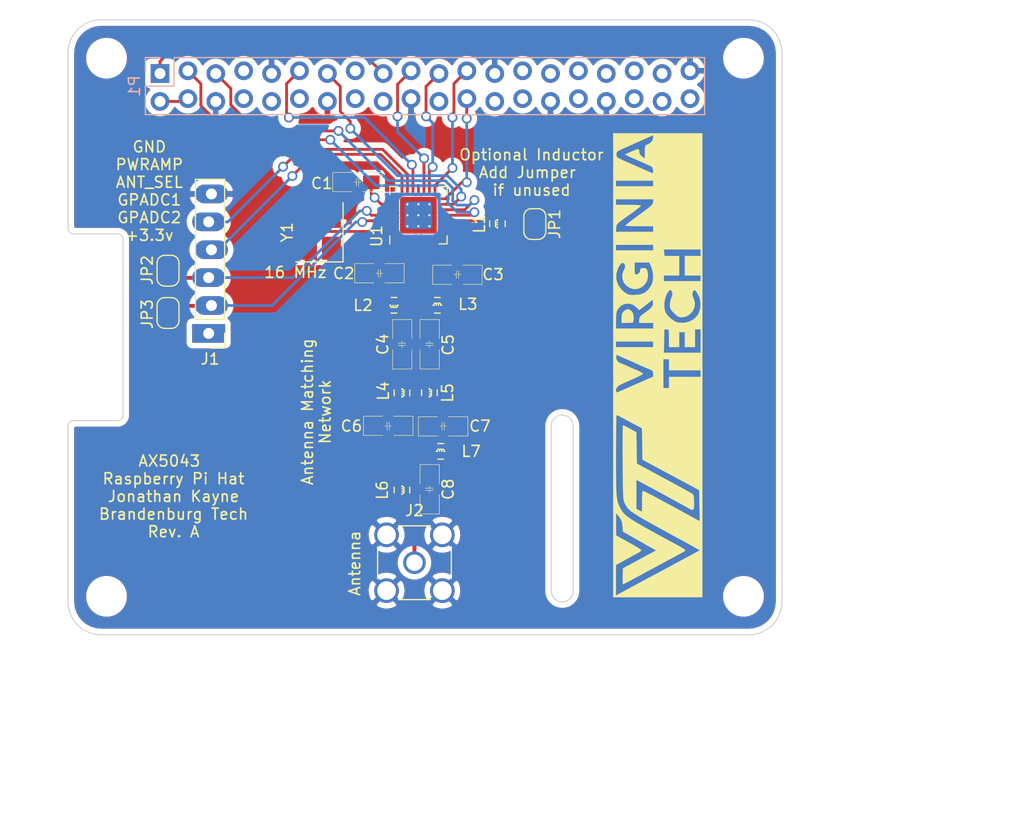
<source format=kicad_pcb>
(kicad_pcb (version 20171130) (host pcbnew "(5.1.0)-1")
  (title_block (date "15 nov 2012"))
  (layers (0 F.Cu signal) (1 In1.Cu signal) (2 In2.Cu signal) (31 B.Cu signal) (34 B.Paste user) (35 F.Paste user) (36 B.SilkS user) (37 F.SilkS user) (38 B.Mask user) (39 F.Mask user) (44 Edge.Cuts user))
  (net 0 "")
  (net 1 +3V3)
  (net 2 +5V)
  (net 3 GND)
  (net 4 /ID_SD)
  (net 5 /ID_SC)
  (net 6 /GPIO5)
  (net 7 /GPIO6)
  (net 8 /GPIO26)
  (net 9 "/GPIO4(GCLK)")
  (net 10 "/GPIO14(TXD0)")
  (net 11 "/GPIO15(RXD0)")
  (net 12 "/GPIO22(GEN3)")
  (net 13 "/GPIO23(GEN4)")
  (net 14 "/GPIO24(GEN5)")
  (net 15 "/GPIO25(GEN6)")
  (net 16 "/GPIO18(GEN1)(PWM0)")
  (net 17 "/GPIO7(SPI1_CE_N)")
  (net 18 "/GPIO12(PWM0)")
  (net 19 "/GPIO13(PWM1)")
  (net 20 "/GPIO19(SPI1_MISO)")
  (net 21 /GPIO16)
  (net 22 "/GPIO20(SPI1_MOSI)")
  (net 23 "/GPIO21(SPI1_SCK)")
  (net 24 "Net-(C2-Pad2)")
  (net 25 "Net-(C3-Pad2)")
  (net 26 "Net-(C4-Pad1)")
  (net 27 ANT_P)
  (net 28 "Net-(C5-Pad1)")
  (net 29 ANT_N)
  (net 30 "Net-(C6-Pad1)")
  (net 31 "Net-(C7-Pad1)")
  (net 32 "Net-(C8-Pad1)")
  (net 33 GPADC1)
  (net 34 ANT_SEL)
  (net 35 PWRAMP)
  (net 36 GPADC2)
  (net 37 "Net-(JP1-Pad1)")
  (net 38 "Net-(JP1-Pad2)")
  (net 39 Data_IO)
  (net 40 IRQ)
  (net 41 MOSI)
  (net 42 CLK)
  (net 43 Data_CLK)
  (net 44 SYS_CLK)
  (net 45 CS)
  (net 46 MISO)
  (net 47 "Net-(U1-Pad5)")
  (net 48 "Net-(U1-Pad8)")
  (net 49 "Net-(U1-Pad18)")
  (net 50 "Net-(U1-Pad22)")
  (net 51 "Net-(U1-Pad24)")
  (net 52 "Net-(U1-Pad27)")
  (net 53 "Net-(U1-Pad28)")
  (module SpaceRadio:VT_LogoWithText (layer F.Cu) (at 253.7 125.5 90)
    (fp_text reference G*** hide)
    (fp_text value LOGO hide)
  )
  (module MountingHole:MountingHole_2.7mm_M2.5 (layer F.Cu) (at 261.5 146.5)
    (fp_text reference MK4)
    (fp_text value M2.5)
    (pad 1 np_thru_hole circle (at 0 0) (size 2.7 2.7) (drill 2.7) (layers *.Cu *.Mask))
  )
  (module MountingHole:MountingHole_2.7mm_M2.5 (layer F.Cu) (at 203.5 146.5)
    (fp_text reference MK3)
    (fp_text value M2.5)
    (pad 1 np_thru_hole circle (at 0 0) (size 2.7 2.7) (drill 2.7) (layers *.Cu *.Mask))
  )
  (module MountingHole:MountingHole_2.7mm_M2.5 (layer F.Cu) (at 261.5 97.5 180)
    (fp_text reference MK2)
    (fp_text value M2.5)
    (pad 1 np_thru_hole circle (at 0 0 180) (size 2.7 2.7) (drill 2.7) (layers *.Cu *.Mask))
  )
  (module MountingHole:MountingHole_2.7mm_M2.5 (layer F.Cu) (at 203.5 97.5 180)
    (fp_text reference MK1)
    (fp_text value M2.5)
    (pad 1 np_thru_hole circle (at 0 0 180) (size 2.7 2.7) (drill 2.7) (layers *.Cu *.Mask))
  )
  (module SpaceRadio:C_0805 (layer F.Cu) (at 226.35 108.8 180)
    (fp_text reference C1 (at 3.25 -0.1 180) (layer F.SilkS))
    (fp_text value 10nF)
    (pad 1 smd rect (at -1.25 0 180) (size 1.5 1.25) (layers F.Cu F.Paste F.Mask) (net 1 +3V3))
    (pad 2 smd rect (at 1.25 0 180) (size 1.5 1.25) (layers F.Cu F.Paste F.Mask) (net 3 GND))
  )
  (module SpaceRadio:C_0805 (layer F.Cu) (at 228.35 117.1 180)
    (fp_text reference C2 (at 3.25 0 180) (layer F.SilkS))
    (fp_text value 10nF)
    (pad 1 smd rect (at -1.25 0 180) (size 1.5 1.25) (layers F.Cu F.Paste F.Mask) (net 3 GND))
    (pad 2 smd rect (at 1.25 0 180) (size 1.5 1.25) (layers F.Cu F.Paste F.Mask) (net 24 "Net-(C2-Pad2)"))
  )
  (module SpaceRadio:C_0805 (layer F.Cu) (at 235.45 117.2)
    (fp_text reference C3 (at 3.25 0) (layer F.SilkS))
    (fp_text value 10nF)
    (pad 2 smd rect (at 1.25 0) (size 1.5 1.25) (layers F.Cu F.Paste F.Mask) (net 25 "Net-(C3-Pad2)"))
    (pad 1 smd rect (at -1.25 0) (size 1.5 1.25) (layers F.Cu F.Paste F.Mask) (net 3 GND))
  )
  (module SpaceRadio:C_0805 (layer F.Cu) (at 230.4 123.55 90)
    (fp_text reference C4 (at 0 -1.75 90) (layer F.SilkS))
    (fp_text value 4.3pF)
    (pad 1 smd rect (at -1.25 0 90) (size 1.5 1.25) (layers F.Cu F.Paste F.Mask) (net 26 "Net-(C4-Pad1)"))
    (pad 2 smd rect (at 1.25 0 90) (size 1.5 1.25) (layers F.Cu F.Paste F.Mask) (net 27 ANT_P))
  )
  (module SpaceRadio:C_0805 (layer F.Cu) (at 232.9 123.55 90)
    (fp_text reference C5 (at -0.05 1.7 90) (layer F.SilkS))
    (fp_text value 4.3pF)
    (pad 1 smd rect (at -1.25 0 90) (size 1.5 1.25) (layers F.Cu F.Paste F.Mask) (net 28 "Net-(C5-Pad1)"))
    (pad 2 smd rect (at 1.25 0 90) (size 1.5 1.25) (layers F.Cu F.Paste F.Mask) (net 29 ANT_N))
  )
  (module SpaceRadio:C_0805 (layer F.Cu) (at 229.15 131 180)
    (fp_text reference C6 (at 3.35 0 180) (layer F.SilkS))
    (fp_text value 11pF)
    (pad 2 smd rect (at 1.25 0 180) (size 1.5 1.25) (layers F.Cu F.Paste F.Mask) (net 3 GND))
    (pad 1 smd rect (at -1.25 0 180) (size 1.5 1.25) (layers F.Cu F.Paste F.Mask) (net 30 "Net-(C6-Pad1)"))
  )
  (module SpaceRadio:C_0805 (layer F.Cu) (at 234.15 131)
    (fp_text reference C7 (at 3.35 0) (layer F.SilkS))
    (fp_text value 5.6pF)
    (pad 2 smd rect (at 1.25 0) (size 1.5 1.25) (layers F.Cu F.Paste F.Mask) (net 3 GND))
    (pad 1 smd rect (at -1.25 0) (size 1.5 1.25) (layers F.Cu F.Paste F.Mask) (net 31 "Net-(C7-Pad1)"))
  )
  (module SpaceRadio:C_0805 (layer F.Cu) (at 232.9 136.75 90)
    (fp_text reference C8 (at 0 1.7 90) (layer F.SilkS))
    (fp_text value 5.1pF)
    (pad 2 smd rect (at 1.25 0 90) (size 1.5 1.25) (layers F.Cu F.Paste F.Mask) (net 31 "Net-(C7-Pad1)"))
    (pad 1 smd rect (at -1.25 0 90) (size 1.5 1.25) (layers F.Cu F.Paste F.Mask) (net 32 "Net-(C8-Pad1)"))
  )
  (module SpaceRadio:PinHeader_1x06_P2.54mm_Vertical_Wide_zigzag (layer F.Cu) (at 212.927 122.56 180)
    (fp_text reference J1 (at 0 -2.33 180) (layer F.SilkS))
    (fp_text value Conn_01x06)
    (pad 3 thru_hole oval (at 0.127 5.08 180) (size 3 1.7) (drill 1) (layers *.Cu *.Mask) (net 33 GPADC1))
    (pad 6 thru_hole oval (at -0.127 12.7 180) (size 3 1.7) (drill 1) (layers *.Cu *.Mask) (net 3 GND))
    (pad 4 thru_hole oval (at -0.127 7.62 180) (size 3 1.7) (drill 1) (layers *.Cu *.Mask) (net 34 ANT_SEL))
    (pad 5 thru_hole oval (at 0.127 10.16 180) (size 3 1.7) (drill 1) (layers *.Cu *.Mask) (net 35 PWRAMP))
    (pad 1 thru_hole rect (at 0.127 0 180) (size 3 1.7) (drill 1) (layers *.Cu *.Mask) (net 1 +3V3))
    (pad 2 thru_hole oval (at -0.127 2.54 180) (size 3 1.7) (drill 1) (layers *.Cu *.Mask) (net 36 GPADC2))
  )
  (module SpaceRadio:SMA_Amphenol_5-1814832-1_Vertical (layer F.Cu) (at 231.54 143.44)
    (fp_text reference J2 (at 0 -4.75) (layer F.SilkS))
    (fp_text value SMA)
    (pad 2 thru_hole circle (at -2.54 2.54) (size 2.25 2.25) (drill 1.7) (layers *.Cu *.Mask) (net 3 GND))
    (pad 2 thru_hole circle (at -2.54 -2.54) (size 2.25 2.25) (drill 1.7) (layers *.Cu *.Mask) (net 3 GND))
    (pad 2 thru_hole circle (at 2.54 -2.54) (size 2.25 2.25) (drill 1.7) (layers *.Cu *.Mask) (net 3 GND))
    (pad 2 thru_hole circle (at 2.54 2.54) (size 2.25 2.25) (drill 1.7) (layers *.Cu *.Mask) (net 3 GND))
    (pad 1 thru_hole circle (at 0 0) (size 2.05 2.05) (drill 1.5) (layers *.Cu *.Mask) (net 32 "Net-(C8-Pad1)"))
  )
  (module Jumper:SolderJumper-2_P1.3mm_Open_RoundedPad1.0x1.5mm (layer F.Cu) (at 242.5 112.6 270)
    (fp_text reference JP1 (at 0 -1.8 270) (layer F.SilkS))
    (fp_text value Jumper)
    (pad 1 smd custom (at -0.65 0 270) (size 1 0.5) (layers F.Cu F.Mask) (net 37 "Net-(JP1-Pad1)") (options (clearance outline) (anchor rect)) (primitives (gr_circle (center 0 0.25) (end 0.5 0.25) (width 0)) (gr_circle (center 0 -0.25) (end 0.5 -0.25) (width 0)) (gr_poly (pts (xy 0 -0.75) (xy 0.5 -0.75) (xy 0.5 0.75) (xy 0 0.75)) (width 0))))
    (pad 2 smd custom (at 0.65 0 270) (size 1 0.5) (layers F.Cu F.Mask) (net 38 "Net-(JP1-Pad2)") (options (clearance outline) (anchor rect)) (primitives (gr_circle (center 0 0.25) (end 0.5 0.25) (width 0)) (gr_circle (center 0 -0.25) (end 0.5 -0.25) (width 0)) (gr_poly (pts (xy 0 -0.75) (xy -0.5 -0.75) (xy -0.5 0.75) (xy 0 0.75)) (width 0))))
  )
  (module Jumper:SolderJumper-2_P1.3mm_Open_RoundedPad1.0x1.5mm (layer F.Cu) (at 209.1 116.85 90)
    (fp_text reference JP2 (at 0.05 -1.9 90) (layer F.SilkS))
    (fp_text value Jumper)
    (pad 1 smd custom (at -0.65 0 90) (size 1 0.5) (layers F.Cu F.Mask) (net 33 GPADC1) (options (clearance outline) (anchor rect)) (primitives (gr_circle (center 0 0.25) (end 0.5 0.25) (width 0)) (gr_circle (center 0 -0.25) (end 0.5 -0.25) (width 0)) (gr_poly (pts (xy 0 -0.75) (xy 0.5 -0.75) (xy 0.5 0.75) (xy 0 0.75)) (width 0))))
    (pad 2 smd custom (at 0.65 0 90) (size 1 0.5) (layers F.Cu F.Mask) (net 3 GND) (options (clearance outline) (anchor rect)) (primitives (gr_circle (center 0 0.25) (end 0.5 0.25) (width 0)) (gr_circle (center 0 -0.25) (end 0.5 -0.25) (width 0)) (gr_poly (pts (xy 0 -0.75) (xy -0.5 -0.75) (xy -0.5 0.75) (xy 0 0.75)) (width 0))))
  )
  (module Jumper:SolderJumper-2_P1.3mm_Open_RoundedPad1.0x1.5mm (layer F.Cu) (at 209.1 120.7 270)
    (fp_text reference JP3 (at 0.1 1.9 270) (layer F.SilkS))
    (fp_text value Jumper)
    (pad 2 smd custom (at 0.65 0 270) (size 1 0.5) (layers F.Cu F.Mask) (net 3 GND) (options (clearance outline) (anchor rect)) (primitives (gr_circle (center 0 0.25) (end 0.5 0.25) (width 0)) (gr_circle (center 0 -0.25) (end 0.5 -0.25) (width 0)) (gr_poly (pts (xy 0 -0.75) (xy -0.5 -0.75) (xy -0.5 0.75) (xy 0 0.75)) (width 0))))
    (pad 1 smd custom (at -0.65 0 270) (size 1 0.5) (layers F.Cu F.Mask) (net 36 GPADC2) (options (clearance outline) (anchor rect)) (primitives (gr_circle (center 0 0.25) (end 0.5 0.25) (width 0)) (gr_circle (center 0 -0.25) (end 0.5 -0.25) (width 0)) (gr_poly (pts (xy 0 -0.75) (xy 0.5 -0.75) (xy 0.5 0.75) (xy 0 0.75)) (width 0))))
  )
  (module SpaceRadio:L_0805 (layer F.Cu) (at 239.1 112.575 90)
    (fp_text reference L1 (at 0 -1.65 90) (layer F.SilkS))
    (fp_text value L)
    (pad 1 smd roundrect (at -1.025 0 90) (size 1.15 1.4) (layers F.Cu F.Paste F.Mask) (roundrect_rratio 0.217391) (net 38 "Net-(JP1-Pad2)"))
    (pad 2 smd roundrect (at 1.025 0 90) (size 1.15 1.4) (layers F.Cu F.Paste F.Mask) (roundrect_rratio 0.217391) (net 37 "Net-(JP1-Pad1)"))
  )
  (module SpaceRadio:L_0805 (layer F.Cu) (at 229.675 120 180)
    (fp_text reference L2 (at 2.825 0 180) (layer F.SilkS))
    (fp_text value 100nH)
    (pad 2 smd roundrect (at 1.025 0 180) (size 1.15 1.4) (layers F.Cu F.Paste F.Mask) (roundrect_rratio 0.217391) (net 3 GND))
    (pad 1 smd roundrect (at -1.025 0 180) (size 1.15 1.4) (layers F.Cu F.Paste F.Mask) (roundrect_rratio 0.217391) (net 27 ANT_P))
  )
  (module SpaceRadio:L_0805 (layer F.Cu) (at 233.625 120)
    (fp_text reference L3 (at 2.775 -0.1) (layer F.SilkS))
    (fp_text value 100nH)
    (pad 2 smd roundrect (at 1.025 0) (size 1.15 1.4) (layers F.Cu F.Paste F.Mask) (roundrect_rratio 0.217391) (net 3 GND))
    (pad 1 smd roundrect (at -1.025 0) (size 1.15 1.4) (layers F.Cu F.Paste F.Mask) (roundrect_rratio 0.217391) (net 29 ANT_N))
  )
  (module SpaceRadio:L_0805 (layer F.Cu) (at 230.4 127.975 270)
    (fp_text reference L4 (at -0.175 1.7 270) (layer F.SilkS))
    (fp_text value 43nH)
    (pad 1 smd roundrect (at -1.025 0 270) (size 1.15 1.4) (layers F.Cu F.Paste F.Mask) (roundrect_rratio 0.217391) (net 26 "Net-(C4-Pad1)"))
    (pad 2 smd roundrect (at 1.025 0 270) (size 1.15 1.4) (layers F.Cu F.Paste F.Mask) (roundrect_rratio 0.217391) (net 30 "Net-(C6-Pad1)"))
  )
  (module SpaceRadio:L_0805 (layer F.Cu) (at 232.9 127.975 270)
    (fp_text reference L5 (at 0 -1.65 270) (layer F.SilkS))
    (fp_text value 43nH)
    (pad 2 smd roundrect (at 1.025 0 270) (size 1.15 1.4) (layers F.Cu F.Paste F.Mask) (roundrect_rratio 0.217391) (net 31 "Net-(C7-Pad1)"))
    (pad 1 smd roundrect (at -1.025 0 270) (size 1.15 1.4) (layers F.Cu F.Paste F.Mask) (roundrect_rratio 0.217391) (net 28 "Net-(C5-Pad1)"))
  )
  (module SpaceRadio:L_0805 (layer F.Cu) (at 230.4 136.825 270)
    (fp_text reference L6 (at 0 1.8 270) (layer F.SilkS))
    (fp_text value 27nH)
    (pad 2 smd roundrect (at 1.025 0 270) (size 1.15 1.4) (layers F.Cu F.Paste F.Mask) (roundrect_rratio 0.217391) (net 32 "Net-(C8-Pad1)"))
    (pad 1 smd roundrect (at -1.025 0 270) (size 1.15 1.4) (layers F.Cu F.Paste F.Mask) (roundrect_rratio 0.217391) (net 30 "Net-(C6-Pad1)"))
  )
  (module SpaceRadio:L_0805 (layer F.Cu) (at 233.925 133.3)
    (fp_text reference L7 (at 2.775 0) (layer F.SilkS))
    (fp_text value 27nH)
    (pad 1 smd roundrect (at -1.025 0) (size 1.15 1.4) (layers F.Cu F.Paste F.Mask) (roundrect_rratio 0.217391) (net 31 "Net-(C7-Pad1)"))
    (pad 2 smd roundrect (at 1.025 0) (size 1.15 1.4) (layers F.Cu F.Paste F.Mask) (roundrect_rratio 0.217391) (net 3 GND))
  )
  (module SpaceRadio:PinHeader_2x20_P2.54mm_Vertical_zigzag (layer B.Cu) (at 208.37 98.77 270)
    (fp_text reference P1 (at 1.27 2.33 270) (layer B.SilkS) (effects (justify mirror)))
    (fp_text value Conn_02x20_Odd_Even)
    (pad 40 thru_hole oval (at 2.413 -48.26 270) (size 1.7 1.7) (drill 1) (layers *.Cu *.Mask) (net 23 "/GPIO21(SPI1_SCK)"))
    (pad 39 thru_hole oval (at -0.127 -48.26 270) (size 1.7 1.7) (drill 1) (layers *.Cu *.Mask) (net 3 GND))
    (pad 3 thru_hole oval (at -0.127 -2.54 270) (size 1.7 1.7) (drill 1) (layers *.Cu *.Mask) (net 39 Data_IO))
    (pad 31 thru_hole oval (at -0.127 -38.1 270) (size 1.7 1.7) (drill 1) (layers *.Cu *.Mask) (net 7 /GPIO6))
    (pad 11 thru_hole oval (at -0.127 -12.7 270) (size 1.7 1.7) (drill 1) (layers *.Cu *.Mask) (net 40 IRQ))
    (pad 16 thru_hole oval (at 2.413 -17.78 270) (size 1.7 1.7) (drill 1) (layers *.Cu *.Mask) (net 13 "/GPIO23(GEN4)"))
    (pad 20 thru_hole oval (at 2.413 -22.86 270) (size 1.7 1.7) (drill 1) (layers *.Cu *.Mask) (net 3 GND))
    (pad 9 thru_hole oval (at 0.127 -10.16 270) (size 1.7 1.7) (drill 1) (layers *.Cu *.Mask) (net 3 GND))
    (pad 36 thru_hole oval (at 2.413 -43.18 270) (size 1.7 1.7) (drill 1) (layers *.Cu *.Mask) (net 21 /GPIO16))
    (pad 32 thru_hole oval (at 2.413 -38.1 270) (size 1.7 1.7) (drill 1) (layers *.Cu *.Mask) (net 18 "/GPIO12(PWM0)"))
    (pad 19 thru_hole oval (at -0.127 -22.86 270) (size 1.7 1.7) (drill 1) (layers *.Cu *.Mask) (net 41 MOSI))
    (pad 23 thru_hole oval (at -0.127 -27.94 270) (size 1.7 1.7) (drill 1) (layers *.Cu *.Mask) (net 42 CLK))
    (pad 26 thru_hole oval (at 2.667 -30.48 270) (size 1.7 1.7) (drill 1) (layers *.Cu *.Mask) (net 17 "/GPIO7(SPI1_CE_N)"))
    (pad 2 thru_hole oval (at 2.667 0 270) (size 1.7 1.7) (drill 1) (layers *.Cu *.Mask) (net 2 +5V))
    (pad 27 thru_hole oval (at -0.127 -33.02 270) (size 1.7 1.7) (drill 1) (layers *.Cu *.Mask) (net 4 /ID_SD))
    (pad 29 thru_hole oval (at 0.127 -35.56 270) (size 1.7 1.7) (drill 1) (layers *.Cu *.Mask) (net 6 /GPIO5))
    (pad 38 thru_hole oval (at 2.667 -45.72 270) (size 1.7 1.7) (drill 1) (layers *.Cu *.Mask) (net 22 "/GPIO20(SPI1_MOSI)"))
    (pad 37 thru_hole oval (at 0.127 -45.72 270) (size 1.7 1.7) (drill 1) (layers *.Cu *.Mask) (net 8 /GPIO26))
    (pad 22 thru_hole oval (at 2.667 -25.4 270) (size 1.7 1.7) (drill 1) (layers *.Cu *.Mask) (net 15 "/GPIO25(GEN6)"))
    (pad 35 thru_hole oval (at -0.127 -43.18 270) (size 1.7 1.7) (drill 1) (layers *.Cu *.Mask) (net 20 "/GPIO19(SPI1_MISO)"))
    (pad 1 thru_hole rect (at 0.127 0 270) (size 1.7 1.7) (drill 1) (layers *.Cu *.Mask) (net 1 +3V3))
    (pad 14 thru_hole oval (at 2.667 -15.24 270) (size 1.7 1.7) (drill 1) (layers *.Cu *.Mask) (net 3 GND))
    (pad 33 thru_hole oval (at 0.127 -40.64 270) (size 1.7 1.7) (drill 1) (layers *.Cu *.Mask) (net 19 "/GPIO13(PWM1)"))
    (pad 5 thru_hole oval (at 0.127 -5.08 270) (size 1.7 1.7) (drill 1) (layers *.Cu *.Mask) (net 43 Data_CLK))
    (pad 10 thru_hole oval (at 2.667 -10.16 270) (size 1.7 1.7) (drill 1) (layers *.Cu *.Mask) (net 11 "/GPIO15(RXD0)"))
    (pad 4 thru_hole oval (at 2.413 -2.54 270) (size 1.7 1.7) (drill 1) (layers *.Cu *.Mask) (net 2 +5V))
    (pad 13 thru_hole oval (at 0.127 -15.24 270) (size 1.7 1.7) (drill 1) (layers *.Cu *.Mask) (net 44 SYS_CLK))
    (pad 24 thru_hole oval (at 2.413 -27.94 270) (size 1.7 1.7) (drill 1) (layers *.Cu *.Mask) (net 45 CS))
    (pad 15 thru_hole oval (at -0.127 -17.78 270) (size 1.7 1.7) (drill 1) (layers *.Cu *.Mask) (net 12 "/GPIO22(GEN3)"))
    (pad 34 thru_hole oval (at 2.667 -40.64 270) (size 1.7 1.7) (drill 1) (layers *.Cu *.Mask) (net 3 GND))
    (pad 25 thru_hole oval (at 0.127 -30.48 270) (size 1.7 1.7) (drill 1) (layers *.Cu *.Mask) (net 3 GND))
    (pad 30 thru_hole oval (at 2.667 -35.56 270) (size 1.7 1.7) (drill 1) (layers *.Cu *.Mask) (net 3 GND))
    (pad 17 thru_hole oval (at 0.127 -20.32 270) (size 1.7 1.7) (drill 1) (layers *.Cu *.Mask) (net 1 +3V3))
    (pad 21 thru_hole oval (at 0.127 -25.4 270) (size 1.7 1.7) (drill 1) (layers *.Cu *.Mask) (net 46 MISO))
    (pad 7 thru_hole oval (at -0.127 -7.62 270) (size 1.7 1.7) (drill 1) (layers *.Cu *.Mask) (net 9 "/GPIO4(GCLK)"))
    (pad 18 thru_hole oval (at 2.667 -20.32 270) (size 1.7 1.7) (drill 1) (layers *.Cu *.Mask) (net 14 "/GPIO24(GEN5)"))
    (pad 28 thru_hole oval (at 2.413 -33.02 270) (size 1.7 1.7) (drill 1) (layers *.Cu *.Mask) (net 5 /ID_SC))
    (pad 6 thru_hole oval (at 2.667 -5.08 270) (size 1.7 1.7) (drill 1) (layers *.Cu *.Mask) (net 3 GND))
    (pad 12 thru_hole oval (at 2.413 -12.7 270) (size 1.7 1.7) (drill 1) (layers *.Cu *.Mask) (net 16 "/GPIO18(GEN1)(PWM0)"))
    (pad 8 thru_hole oval (at 2.413 -7.62 270) (size 1.7 1.7) (drill 1) (layers *.Cu *.Mask) (net 10 "/GPIO14(TXD0)"))
  )
  (module Package_DFN_QFN:QFN-28-1EP_5x5mm_P0.5mm_EP3.35x3.35mm_ThermalVias (layer F.Cu) (at 231.9 111.8 90)
    (fp_text reference U1 (at -1.9 -3.8 90) (layer F.SilkS))
    (fp_text value AX5043)
    (pad 29 smd roundrect (at 0 0 90) (size 3.35 3.35) (layers F.Cu F.Mask) (roundrect_rratio 0.074627) (net 3 GND))
    (pad 29 thru_hole circle (at -1 -1 90) (size 0.5 0.5) (drill 0.2) (layers *.Cu) (net 3 GND))
    (pad 29 thru_hole circle (at 0 -1 90) (size 0.5 0.5) (drill 0.2) (layers *.Cu) (net 3 GND))
    (pad 29 thru_hole circle (at 1 -1 90) (size 0.5 0.5) (drill 0.2) (layers *.Cu) (net 3 GND))
    (pad 29 thru_hole circle (at -1 0 90) (size 0.5 0.5) (drill 0.2) (layers *.Cu) (net 3 GND))
    (pad 29 thru_hole circle (at 0 0 90) (size 0.5 0.5) (drill 0.2) (layers *.Cu) (net 3 GND))
    (pad 29 thru_hole circle (at 1 0 90) (size 0.5 0.5) (drill 0.2) (layers *.Cu) (net 3 GND))
    (pad 29 thru_hole circle (at -1 1 90) (size 0.5 0.5) (drill 0.2) (layers *.Cu) (net 3 GND))
    (pad 29 thru_hole circle (at 0 1 90) (size 0.5 0.5) (drill 0.2) (layers *.Cu) (net 3 GND))
    (pad 29 thru_hole circle (at 1 1 90) (size 0.5 0.5) (drill 0.2) (layers *.Cu) (net 3 GND))
    (pad 29 smd roundrect (at 0 0 90) (size 2.5 2.5) (layers B.Cu) (roundrect_rratio 0.1) (net 3 GND))
    (pad 1 smd roundrect (at -2.45 -1.5 90) (size 0.8 0.25) (layers F.Cu F.Paste F.Mask) (net 24 "Net-(C2-Pad2)"))
    (pad 2 smd roundrect (at -2.45 -1 90) (size 0.8 0.25) (layers F.Cu F.Paste F.Mask) (net 3 GND))
    (pad 3 smd roundrect (at -2.45 -0.5 90) (size 0.8 0.25) (layers F.Cu F.Paste F.Mask) (net 27 ANT_P))
    (pad 4 smd roundrect (at -2.45 0 90) (size 0.8 0.25) (layers F.Cu F.Paste F.Mask) (net 29 ANT_N))
    (pad 5 smd roundrect (at -2.45 0.5 90) (size 0.8 0.25) (layers F.Cu F.Paste F.Mask) (net 47 "Net-(U1-Pad5)"))
    (pad 6 smd roundrect (at -2.45 1 90) (size 0.8 0.25) (layers F.Cu F.Paste F.Mask) (net 3 GND))
    (pad 7 smd roundrect (at -2.45 1.5 90) (size 0.8 0.25) (layers F.Cu F.Paste F.Mask) (net 25 "Net-(C3-Pad2)"))
    (pad 8 smd roundrect (at -1.5 2.45 90) (size 0.25 0.8) (layers F.Cu F.Paste F.Mask) (net 48 "Net-(U1-Pad8)"))
    (pad 9 smd roundrect (at -1 2.45 90) (size 0.25 0.8) (layers F.Cu F.Paste F.Mask) (net 38 "Net-(JP1-Pad2)"))
    (pad 10 smd roundrect (at -0.5 2.45 90) (size 0.25 0.8) (layers F.Cu F.Paste F.Mask) (net 37 "Net-(JP1-Pad1)"))
    (pad 11 smd roundrect (at 0 2.45 90) (size 0.25 0.8) (layers F.Cu F.Paste F.Mask) (net 39 Data_IO))
    (pad 12 smd roundrect (at 0.5 2.45 90) (size 0.25 0.8) (layers F.Cu F.Paste F.Mask) (net 43 Data_CLK))
    (pad 13 smd roundrect (at 1 2.45 90) (size 0.25 0.8) (layers F.Cu F.Paste F.Mask) (net 44 SYS_CLK))
    (pad 14 smd roundrect (at 1.5 2.45 90) (size 0.25 0.8) (layers F.Cu F.Paste F.Mask) (net 45 CS))
    (pad 15 smd roundrect (at 2.45 1.5 90) (size 0.8 0.25) (layers F.Cu F.Paste F.Mask) (net 42 CLK))
    (pad 16 smd roundrect (at 2.45 1 90) (size 0.8 0.25) (layers F.Cu F.Paste F.Mask) (net 46 MISO))
    (pad 17 smd roundrect (at 2.45 0.5 90) (size 0.8 0.25) (layers F.Cu F.Paste F.Mask) (net 41 MOSI))
    (pad 18 smd roundrect (at 2.45 0 90) (size 0.8 0.25) (layers F.Cu F.Paste F.Mask) (net 49 "Net-(U1-Pad18)"))
    (pad 19 smd roundrect (at 2.45 -0.5 90) (size 0.8 0.25) (layers F.Cu F.Paste F.Mask) (net 40 IRQ))
    (pad 20 smd roundrect (at 2.45 -1 90) (size 0.8 0.25) (layers F.Cu F.Paste F.Mask) (net 35 PWRAMP))
    (pad 21 smd roundrect (at 2.45 -1.5 90) (size 0.8 0.25) (layers F.Cu F.Paste F.Mask) (net 34 ANT_SEL))
    (pad 22 smd roundrect (at 1.5 -2.45 90) (size 0.25 0.8) (layers F.Cu F.Paste F.Mask) (net 50 "Net-(U1-Pad22)"))
    (pad 23 smd roundrect (at 1 -2.45 90) (size 0.25 0.8) (layers F.Cu F.Paste F.Mask) (net 1 +3V3))
    (pad 24 smd roundrect (at 0.5 -2.45 90) (size 0.25 0.8) (layers F.Cu F.Paste F.Mask) (net 51 "Net-(U1-Pad24)"))
    (pad 25 smd roundrect (at 0 -2.45 90) (size 0.25 0.8) (layers F.Cu F.Paste F.Mask) (net 33 GPADC1))
    (pad 26 smd roundrect (at -0.5 -2.45 90) (size 0.25 0.8) (layers F.Cu F.Paste F.Mask) (net 36 GPADC2))
    (pad 27 smd roundrect (at -1 -2.45 90) (size 0.25 0.8) (layers F.Cu F.Paste F.Mask) (net 52 "Net-(U1-Pad27)"))
    (pad 28 smd roundrect (at -1.5 -2.45 90) (size 0.25 0.8) (layers F.Cu F.Paste F.Mask) (net 53 "Net-(U1-Pad28)"))
  )
  (module Crystal:Crystal_SMD_SeikoEpson_TSX3225-4Pin_3.2x2.5mm_HandSoldering (layer F.Cu) (at 222.8875 113.35 90)
    (fp_text reference Y1 (at 0 -2.95 90) (layer F.SilkS))
    (fp_text value "16 MHz")
    (pad 1 smd rect (at -1.45 1.0875 90) (size 2.1 1.725) (layers F.Cu F.Paste F.Mask) (net 53 "Net-(U1-Pad28)"))
    (pad 2 smd rect (at 1.45 1.0875 90) (size 2.1 1.725) (layers F.Cu F.Paste F.Mask) (net 3 GND))
    (pad 3 smd rect (at 1.45 -1.0875 90) (size 2.1 1.725) (layers F.Cu F.Paste F.Mask) (net 52 "Net-(U1-Pad27)"))
    (pad 4 smd rect (at -1.45 -1.0875 90) (size 2.1 1.725) (layers F.Cu F.Paste F.Mask) (net 3 GND))
  )
  (gr_text "16 MHz" (at 220.7 117) (layer F.SilkS) (effects (font (size 1 1))))
  (gr_text "Antenna Matching\nNetwork" (at 222.6 129.7 90) (layer F.SilkS) (effects (font (size 1 1))))
  (gr_text "Optional Inductor\nAdd Jumper \nif unused" (at 242.2 107.9) (layer F.SilkS) (effects (font (size 1 1))))
  (gr_text Antenna (at 226.1 143.5 90) (layer F.SilkS) (effects (font (size 1 1))))
  (gr_text "GND\nPWRAMP\nANT_SEL\nGPADC1\nGPADC2\n+3.3v" (at 207.4 109.6) (layer F.SilkS) (effects (font (size 1 1))))
  (gr_text "AX5043 \nRaspberry Pi Hat\nJonathan Kayne\nBrandenburg Tech\nRev. A" (at 209.6 137.4) (layer F.SilkS) (effects (font (size 1 1))))
  (gr_line (start 244 146) (end 244 131) (layer Edge.Cuts) (width 0.1))
  (gr_line (start 246 131) (end 246 146) (layer Edge.Cuts) (width 0.1))
  (gr_arc (start 245 131) (end 244 131) (angle 180) (layer Edge.Cuts) (width 0.1))
  (gr_arc (start 245 146) (end 246 146) (angle 180) (layer Edge.Cuts) (width 0.1))
  (gr_arc (start 200.5 131) (end 200 131) (angle 89.9) (layer Edge.Cuts) (width 0.1))
  (gr_arc (start 204.5 130) (end 205 130) (angle 90) (layer Edge.Cuts) (width 0.1))
  (gr_arc (start 200.5 113) (end 200.5 113.5) (angle 90) (layer Edge.Cuts) (width 0.1))
  (gr_arc (start 204.5 114) (end 204.5 113.5) (angle 90) (layer Edge.Cuts) (width 0.1))
  (gr_line (start 200 97) (end 200 113) (layer Edge.Cuts) (width 0.1))
  (gr_arc (start 262 97) (end 262 94) (angle 90) (layer Edge.Cuts) (width 0.1))
  (gr_arc (start 262 147) (end 265 147) (angle 90) (layer Edge.Cuts) (width 0.1))
  (gr_arc (start 203 147) (end 203 150) (angle 90) (layer Edge.Cuts) (width 0.1))
  (gr_arc (start 203 97) (end 200 97) (angle 90) (layer Edge.Cuts) (width 0.1))
  (gr_line (start 262 94) (end 203 94) (layer Edge.Cuts) (width 0.1))
  (gr_line (start 204.5 130.5) (end 200.5 130.5) (layer Edge.Cuts) (width 0.1))
  (gr_line (start 205 114) (end 205 130) (layer Edge.Cuts) (width 0.1))
  (gr_line (start 200.5 113.5) (end 204.5 113.5) (layer Edge.Cuts) (width 0.1))
  (gr_line (start 265 147) (end 265 97) (layer Edge.Cuts) (width 0.1))
  (gr_line (start 203 150) (end 262 150) (layer Edge.Cuts) (width 0.1))
  (gr_line (start 200 131) (end 200 147) (layer Edge.Cuts) (width 0.1))
  (segment (start 226.1965 96.4035) (end 228.69 98.897) (width 0.254) (layer F.Cu) (net 1))
  (segment (start 225.9895 96.1965) (end 226.1965 96.4035) (width 0.254) (layer F.Cu) (net 1))
  (segment (start 209.9665 96.1965) (end 225.9895 96.1965) (width 0.254) (layer F.Cu) (net 1))
  (segment (start 208.37 97.793) (end 209.9665 96.1965) (width 0.254) (layer F.Cu) (net 1))
  (segment (start 208.37 98.897) (end 208.37 97.793) (width 0.254) (layer F.Cu) (net 1))
  (segment (start 227.6 109.879) (end 227.6 109) (width 0.254) (layer F.Cu) (net 1))
  (segment (start 228.521 110.8) (end 227.9105 110.1895) (width 0.254) (layer F.Cu) (net 1))
  (segment (start 229.45 110.8) (end 228.521 110.8) (width 0.254) (layer F.Cu) (net 1))
  (segment (start 227.9105 110.1895) (end 227.6 109.879) (width 0.254) (layer F.Cu) (net 1))
  (via (at 227.9105 110.1895) (size 0.9) (drill 0.6) (layers F.Cu B.Cu) (net 1))
  (segment (start 210.656 101.437) (end 210.91 101.183) (width 0.254) (layer F.Cu) (net 2))
  (segment (start 208.37 101.437) (end 210.656 101.437) (width 0.254) (layer F.Cu) (net 2))
  (segment (start 232.9 114.75) (end 232.9 114.25) (width 0.254) (layer F.Cu) (net 3))
  (segment (start 232.9 115.021) (end 232.9 114.75) (width 0.254) (layer F.Cu) (net 3))
  (segment (start 234.2 116.321) (end 232.9 115.021) (width 0.254) (layer F.Cu) (net 3))
  (segment (start 234.2 117.2) (end 234.2 116.321) (width 0.254) (layer F.Cu) (net 3))
  (segment (start 229.725 117.1) (end 229.6 117.1) (width 0.254) (layer F.Cu) (net 3))
  (segment (start 230.9 115.925) (end 229.725 117.1) (width 0.254) (layer F.Cu) (net 3))
  (segment (start 230.9 114.25) (end 230.9 115.925) (width 0.254) (layer F.Cu) (net 3))
  (segment (start 227.55 117.1) (end 227.1 117.1) (width 0.254) (layer F.Cu) (net 24))
  (segment (start 230.4 114.25) (end 227.55 117.1) (width 0.254) (layer F.Cu) (net 24))
  (segment (start 233.59571 114.44571) (end 233.4 114.25) (width 0.254) (layer F.Cu) (net 25))
  (segment (start 236.35 117.2) (end 233.59571 114.44571) (width 0.254) (layer F.Cu) (net 25))
  (segment (start 236.7 117.2) (end 236.35 117.2) (width 0.254) (layer F.Cu) (net 25))
  (segment (start 230.4 124.8) (end 230.4 126.95) (width 0.3556) (layer F.Cu) (net 26))
  (segment (start 230.7 122) (end 230.4 122.3) (width 0.3556) (layer F.Cu) (net 27))
  (segment (start 230.7 120) (end 230.7 122) (width 0.3556) (layer F.Cu) (net 27))
  (segment (start 231.4 114.75) (end 231.4 114.25) (width 0.254) (layer F.Cu) (net 27))
  (segment (start 231.4 118.5) (end 231.4 114.75) (width 0.254) (layer F.Cu) (net 27))
  (segment (start 230.7 119.2) (end 231.4 118.5) (width 0.254) (layer F.Cu) (net 27))
  (segment (start 230.7 120) (end 230.7 119.2) (width 0.254) (layer F.Cu) (net 27))
  (segment (start 232.9 124.8) (end 232.9 126.95) (width 0.3556) (layer F.Cu) (net 28))
  (segment (start 232.6 122) (end 232.9 122.3) (width 0.3556) (layer F.Cu) (net 29))
  (segment (start 232.6 120) (end 232.6 122) (width 0.3556) (layer F.Cu) (net 29))
  (segment (start 231.9 118.5) (end 231.9 118.4) (width 0.254) (layer F.Cu) (net 29))
  (segment (start 232.6 119.2) (end 231.9 118.5) (width 0.254) (layer F.Cu) (net 29))
  (segment (start 232.6 120) (end 232.6 119.2) (width 0.254) (layer F.Cu) (net 29))
  (segment (start 231.9 118.4) (end 231.9 114.25) (width 0.254) (layer F.Cu) (net 29))
  (segment (start 230.4 129) (end 230.4 131) (width 0.3556) (layer F.Cu) (net 30))
  (segment (start 230.4 131) (end 230.4 135.8) (width 0.3556) (layer F.Cu) (net 30))
  (segment (start 232.9 129) (end 232.9 131) (width 0.3556) (layer F.Cu) (net 31))
  (segment (start 232.9 131) (end 232.9 133.3) (width 0.3556) (layer F.Cu) (net 31))
  (segment (start 232.9 133.3) (end 232.9 135.5) (width 0.3556) (layer F.Cu) (net 31))
  (segment (start 231.54 141.990432) (end 231.54 143.44) (width 0.3556) (layer F.Cu) (net 32))
  (segment (start 231.54 139.665) (end 231.54 141.990432) (width 0.3556) (layer F.Cu) (net 32))
  (segment (start 230.4 138.525) (end 231.54 139.665) (width 0.3556) (layer F.Cu) (net 32))
  (segment (start 230.4 137.85) (end 230.4 138.525) (width 0.3556) (layer F.Cu) (net 32))
  (segment (start 232.9 138.125) (end 232.9 138) (width 0.3556) (layer F.Cu) (net 32))
  (segment (start 231.54 139.485) (end 232.9 138.125) (width 0.3556) (layer F.Cu) (net 32))
  (segment (start 231.54 139.665) (end 231.54 139.485) (width 0.3556) (layer F.Cu) (net 32))
  (segment (start 212.78 117.5) (end 212.8 117.48) (width 0.3556) (layer F.Cu) (net 33))
  (segment (start 209.1 117.5) (end 212.78 117.5) (width 0.3556) (layer F.Cu) (net 33))
  (via (at 227.2 111.4) (size 0.9) (drill 0.6) (layers F.Cu B.Cu) (net 33))
  (segment (start 229.45 111.8) (end 227.6 111.8) (width 0.254) (layer F.Cu) (net 33))
  (segment (start 227.6 111.8) (end 227.2 111.4) (width 0.254) (layer F.Cu) (net 33))
  (segment (start 214.554 117.48) (end 212.8 117.48) (width 0.254) (layer B.Cu) (net 33))
  (segment (start 220.483604 117.48) (end 214.554 117.48) (width 0.254) (layer B.Cu) (net 33))
  (segment (start 226.563604 111.4) (end 220.483604 117.48) (width 0.254) (layer B.Cu) (net 33))
  (segment (start 227.2 111.4) (end 226.563604 111.4) (width 0.254) (layer B.Cu) (net 33))
  (via (at 220.422 108.222) (size 0.9) (drill 0.6) (layers F.Cu B.Cu) (net 34))
  (segment (start 213.704 114.94) (end 213.054 114.94) (width 0.254) (layer B.Cu) (net 34))
  (segment (start 220.422 108.222) (end 213.704 114.94) (width 0.254) (layer B.Cu) (net 34))
  (segment (start 230.4 108.2) (end 230.4 109.35) (width 0.254) (layer F.Cu) (net 34))
  (segment (start 228.45401 106.25401) (end 230.4 108.2) (width 0.254) (layer F.Cu) (net 34))
  (segment (start 222.38999 106.25401) (end 228.45401 106.25401) (width 0.254) (layer F.Cu) (net 34))
  (segment (start 220.422 108.222) (end 222.38999 106.25401) (width 0.254) (layer F.Cu) (net 34))
  (via (at 219.577 107.377) (size 0.9) (drill 0.6) (layers F.Cu B.Cu) (net 35))
  (segment (start 214.554 112.4) (end 212.8 112.4) (width 0.254) (layer B.Cu) (net 35))
  (segment (start 219.577 107.377) (end 214.554 112.4) (width 0.254) (layer B.Cu) (net 35))
  (segment (start 221.154 105.8) (end 219.577 107.377) (width 0.254) (layer F.Cu) (net 35))
  (segment (start 228.642066 105.8) (end 221.154 105.8) (width 0.254) (layer F.Cu) (net 35))
  (segment (start 230.9 108.057934) (end 228.642066 105.8) (width 0.254) (layer F.Cu) (net 35))
  (segment (start 230.9 109.35) (end 230.9 108.057934) (width 0.254) (layer F.Cu) (net 35))
  (segment (start 213.024 120.05) (end 213.054 120.02) (width 0.3556) (layer F.Cu) (net 36))
  (segment (start 209.1 120.05) (end 213.024 120.05) (width 0.3556) (layer F.Cu) (net 36))
  (via (at 226.79147 112.421327) (size 0.9) (drill 0.6) (layers F.Cu B.Cu) (net 36))
  (segment (start 229.45 112.3) (end 226.912797 112.3) (width 0.254) (layer F.Cu) (net 36))
  (segment (start 226.912797 112.3) (end 226.79147 112.421327) (width 0.254) (layer F.Cu) (net 36))
  (segment (start 218.58567 120.02) (end 213.054 120.02) (width 0.254) (layer B.Cu) (net 36))
  (segment (start 226.184343 112.421327) (end 218.58567 120.02) (width 0.254) (layer B.Cu) (net 36))
  (segment (start 226.79147 112.421327) (end 226.184343 112.421327) (width 0.254) (layer B.Cu) (net 36))
  (segment (start 238.35 112.3) (end 239.1 111.55) (width 0.254) (layer F.Cu) (net 37))
  (segment (start 234.35 112.3) (end 238.35 112.3) (width 0.254) (layer F.Cu) (net 37))
  (segment (start 242.1 111.55) (end 242.5 111.95) (width 0.254) (layer F.Cu) (net 37))
  (segment (start 239.1 111.55) (end 242.1 111.55) (width 0.254) (layer F.Cu) (net 37))
  (segment (start 238.3 112.8) (end 239.1 113.6) (width 0.254) (layer F.Cu) (net 38))
  (segment (start 234.35 112.8) (end 238.3 112.8) (width 0.254) (layer F.Cu) (net 38))
  (segment (start 242.15 113.6) (end 242.5 113.25) (width 0.254) (layer F.Cu) (net 38))
  (segment (start 239.1 113.6) (end 242.15 113.6) (width 0.254) (layer F.Cu) (net 38))
  (via (at 237 111.523) (size 0.9) (drill 0.6) (layers F.Cu B.Cu) (net 39))
  (segment (start 234.35 111.8) (end 236.723 111.8) (width 0.254) (layer F.Cu) (net 39))
  (segment (start 236.723 111.8) (end 237 111.523) (width 0.254) (layer F.Cu) (net 39))
  (via (at 223.876691 104.925342) (size 0.9) (drill 0.6) (layers F.Cu B.Cu) (net 39))
  (segment (start 211.759999 99.492999) (end 210.91 98.643) (width 0.254) (layer F.Cu) (net 39))
  (segment (start 212.087001 99.820001) (end 211.759999 99.492999) (width 0.254) (layer F.Cu) (net 39))
  (segment (start 212.087001 101.815963) (end 212.087001 99.820001) (width 0.254) (layer F.Cu) (net 39))
  (segment (start 215.19638 104.925342) (end 212.087001 101.815963) (width 0.254) (layer F.Cu) (net 39))
  (segment (start 223.876691 104.925342) (end 215.19638 104.925342) (width 0.254) (layer F.Cu) (net 39))
  (segment (start 236.363604 111.523) (end 237 111.523) (width 0.254) (layer B.Cu) (net 39))
  (segment (start 228.075675 109.124325) (end 228.09198 109.10802) (width 0.254) (layer B.Cu) (net 39))
  (segment (start 223.876691 104.925342) (end 228.075675 109.124325) (width 0.254) (layer B.Cu) (net 39))
  (segment (start 228.09198 109.10802) (end 234.160284 109.10802) (width 0.254) (layer B.Cu) (net 39))
  (segment (start 234.160284 109.10802) (end 234.568989 109.516725) (width 0.254) (layer B.Cu) (net 39))
  (segment (start 234.568989 109.516725) (end 234.568989 110.661018) (width 0.254) (layer B.Cu) (net 39))
  (segment (start 235.430971 111.523) (end 236.363604 111.523) (width 0.254) (layer B.Cu) (net 39))
  (segment (start 234.568989 110.661018) (end 235.430971 111.523) (width 0.254) (layer B.Cu) (net 39))
  (via (at 231.3 107.2) (size 0.9) (drill 0.6) (layers F.Cu B.Cu) (net 40))
  (segment (start 231.4 109.35) (end 231.4 107.3) (width 0.254) (layer F.Cu) (net 40))
  (segment (start 231.4 107.3) (end 231.3 107.2) (width 0.254) (layer F.Cu) (net 40))
  (via (at 220.1 102.9) (size 0.9) (drill 0.6) (layers F.Cu B.Cu) (net 40))
  (segment (start 231.3 107.2) (end 227 102.9) (width 0.254) (layer B.Cu) (net 40))
  (segment (start 227 102.9) (end 220.1 102.9) (width 0.254) (layer B.Cu) (net 40))
  (segment (start 220.1 102.7) (end 220.1 102.9) (width 0.254) (layer F.Cu) (net 40))
  (segment (start 219.892999 102.492999) (end 220.1 102.7) (width 0.254) (layer F.Cu) (net 40))
  (segment (start 221.07 98.643) (end 219.892999 99.820001) (width 0.254) (layer F.Cu) (net 40))
  (segment (start 219.892999 99.820001) (end 219.892999 102.492999) (width 0.254) (layer F.Cu) (net 40))
  (via (at 232.422182 106.622182) (size 0.9) (drill 0.6) (layers F.Cu B.Cu) (net 41))
  (segment (start 232.4 109.35) (end 232.4 106.644364) (width 0.254) (layer F.Cu) (net 41))
  (segment (start 232.4 106.644364) (end 232.422182 106.622182) (width 0.254) (layer F.Cu) (net 41))
  (via (at 230 102.8) (size 0.9) (drill 0.6) (layers F.Cu B.Cu) (net 41))
  (segment (start 232.422182 106.622182) (end 230 104.2) (width 0.254) (layer B.Cu) (net 41))
  (segment (start 230 104.2) (end 230 102.8) (width 0.254) (layer B.Cu) (net 41))
  (segment (start 230 99.873) (end 231.23 98.643) (width 0.254) (layer F.Cu) (net 41))
  (segment (start 230 102.8) (end 230 99.873) (width 0.254) (layer F.Cu) (net 41))
  (via (at 235 107.5) (size 0.9) (drill 0.6) (layers F.Cu B.Cu) (net 42))
  (segment (start 233.4 109.1) (end 235 107.5) (width 0.254) (layer F.Cu) (net 42))
  (segment (start 233.4 109.35) (end 233.4 109.1) (width 0.254) (layer F.Cu) (net 42))
  (via (at 235 102.9) (size 0.9) (drill 0.6) (layers F.Cu B.Cu) (net 42))
  (segment (start 235 107.5) (end 235 102.9) (width 0.254) (layer B.Cu) (net 42))
  (segment (start 235 102.565998) (end 235 102.9) (width 0.254) (layer F.Cu) (net 42))
  (segment (start 235.132999 102.432999) (end 235 102.565998) (width 0.254) (layer F.Cu) (net 42))
  (segment (start 236.31 98.643) (end 235.132999 99.820001) (width 0.254) (layer F.Cu) (net 42))
  (segment (start 235.132999 99.820001) (end 235.132999 102.432999) (width 0.254) (layer F.Cu) (net 42))
  (via (at 237 110.422997) (size 0.9) (drill 0.6) (layers F.Cu B.Cu) (net 43))
  (segment (start 234.35 111.3) (end 236.122997 111.3) (width 0.254) (layer F.Cu) (net 43))
  (segment (start 236.122997 111.3) (end 237 110.422997) (width 0.254) (layer F.Cu) (net 43))
  (via (at 224.621359 104.115728) (size 0.9) (drill 0.6) (layers F.Cu B.Cu) (net 43))
  (segment (start 223.984963 104.115728) (end 224.621359 104.115728) (width 0.254) (layer F.Cu) (net 43))
  (segment (start 217.180766 104.115728) (end 223.984963 104.115728) (width 0.254) (layer F.Cu) (net 43))
  (segment (start 214.812999 101.747961) (end 217.180766 104.115728) (width 0.254) (layer F.Cu) (net 43))
  (segment (start 214.812999 100.259999) (end 214.812999 101.747961) (width 0.254) (layer F.Cu) (net 43))
  (segment (start 213.45 98.897) (end 214.812999 100.259999) (width 0.254) (layer F.Cu) (net 43))
  (segment (start 236.545996 110.877001) (end 237 110.422997) (width 0.254) (layer B.Cu) (net 43))
  (segment (start 229.159641 108.65401) (end 234.34834 108.65401) (width 0.254) (layer B.Cu) (net 43))
  (segment (start 224.621359 104.115728) (end 229.159641 108.65401) (width 0.254) (layer B.Cu) (net 43))
  (segment (start 234.34834 108.65401) (end 235.022999 109.328669) (width 0.254) (layer B.Cu) (net 43))
  (segment (start 235.022999 109.328669) (end 235.022999 110.472961) (width 0.254) (layer B.Cu) (net 43))
  (segment (start 235.022999 110.472961) (end 235.427039 110.877001) (width 0.254) (layer B.Cu) (net 43))
  (segment (start 235.427039 110.877001) (end 236.545996 110.877001) (width 0.254) (layer B.Cu) (net 43))
  (via (at 235.8 110.1) (size 0.9) (drill 0.6) (layers F.Cu B.Cu) (net 44))
  (segment (start 234.35 110.8) (end 235.1 110.8) (width 0.254) (layer F.Cu) (net 44))
  (segment (start 235.1 110.8) (end 235.8 110.1) (width 0.254) (layer F.Cu) (net 44))
  (via (at 225.7 103.9) (size 0.9) (drill 0.6) (layers F.Cu B.Cu) (net 44))
  (segment (start 224.459999 99.746999) (end 223.61 98.897) (width 0.254) (layer F.Cu) (net 44))
  (segment (start 224.787001 100.074001) (end 224.459999 99.746999) (width 0.254) (layer F.Cu) (net 44))
  (segment (start 224.787001 102.350605) (end 224.787001 100.074001) (width 0.254) (layer F.Cu) (net 44))
  (segment (start 225.7 103.263604) (end 224.787001 102.350605) (width 0.254) (layer F.Cu) (net 44))
  (segment (start 225.7 103.9) (end 225.7 103.263604) (width 0.254) (layer F.Cu) (net 44))
  (segment (start 230 108.2) (end 225.7 103.9) (width 0.254) (layer B.Cu) (net 44))
  (segment (start 234.536396 108.2) (end 230 108.2) (width 0.254) (layer B.Cu) (net 44))
  (segment (start 235.8 109.463604) (end 234.536396 108.2) (width 0.254) (layer B.Cu) (net 44))
  (segment (start 235.8 110.1) (end 235.8 109.463604) (width 0.254) (layer B.Cu) (net 44))
  (via (at 236.3 108.8) (size 0.9) (drill 0.6) (layers F.Cu B.Cu) (net 45))
  (segment (start 234.35 110.3) (end 235.85 108.8) (width 0.254) (layer F.Cu) (net 45))
  (segment (start 235.85 108.8) (end 236.3 108.8) (width 0.254) (layer F.Cu) (net 45))
  (via (at 236.3 103) (size 0.9) (drill 0.6) (layers F.Cu B.Cu) (net 45))
  (segment (start 236.3 108.8) (end 236.3 103) (width 0.254) (layer B.Cu) (net 45))
  (segment (start 236.3 101.193) (end 236.31 101.183) (width 0.254) (layer F.Cu) (net 45))
  (segment (start 236.3 103) (end 236.3 101.193) (width 0.254) (layer F.Cu) (net 45))
  (segment (start 233.77 98.897) (end 232.592999 100.074001) (width 0.254) (layer F.Cu) (net 46))
  (segment (start 232.592999 100.074001) (end 232.592999 102.792999) (width 0.254) (layer F.Cu) (net 46))
  (segment (start 232.592999 102.792999) (end 232.6 102.8) (width 0.254) (layer F.Cu) (net 46))
  (via (at 232.6 102.8) (size 0.9) (drill 0.6) (layers F.Cu B.Cu) (net 46))
  (via (at 233.2 107.4) (size 0.9) (drill 0.6) (layers F.Cu B.Cu) (net 46))
  (segment (start 232.9 107.7) (end 233.2 107.4) (width 0.254) (layer F.Cu) (net 46))
  (segment (start 232.9 109.35) (end 232.9 107.7) (width 0.254) (layer F.Cu) (net 46))
  (segment (start 233.2 103.4) (end 232.6 102.8) (width 0.254) (layer B.Cu) (net 46))
  (segment (start 233.2 107.4) (end 233.2 103.4) (width 0.254) (layer B.Cu) (net 46))
  (segment (start 228.95 112.8) (end 229.45 112.8) (width 0.254) (layer F.Cu) (net 52))
  (segment (start 228.472999 113.277001) (end 228.95 112.8) (width 0.254) (layer F.Cu) (net 52))
  (segment (start 221.873001 113.277001) (end 228.472999 113.277001) (width 0.254) (layer F.Cu) (net 52))
  (segment (start 221.8 113.204) (end 221.873001 113.277001) (width 0.254) (layer F.Cu) (net 52))
  (segment (start 221.8 111.9) (end 221.8 113.204) (width 0.254) (layer F.Cu) (net 52))
  (segment (start 227.95 114.8) (end 229.45 113.3) (width 0.254) (layer F.Cu) (net 53))
  (segment (start 223.975 114.8) (end 227.95 114.8) (width 0.254) (layer F.Cu) (net 53))
  (zone (net 3) (net_name GND) (layer F.Cu) (connect_pads (clearance 0.508)) (min_thickness 0.254) (fill yes (arc_segments 32) (thermal_gap 0.508) (thermal_bridge_width 0.508))
    (polygon (pts (xy 199.9 93) (xy 267.2 93) (xy 267.2 152.5) (xy 193.8 152.5) (xy 193.8 105.6)))
  )
  (zone (net 3) (net_name GND) (layer B.Cu) (connect_pads (clearance 0.508)) (min_thickness 0.254) (fill yes (arc_segments 32) (thermal_gap 0.508) (thermal_bridge_width 0.508))
    (polygon (pts (xy 198.5 92.2) (xy 268.4 92.2) (xy 268.4 155.5) (xy 195.1 155.5)))
  )
)
</source>
